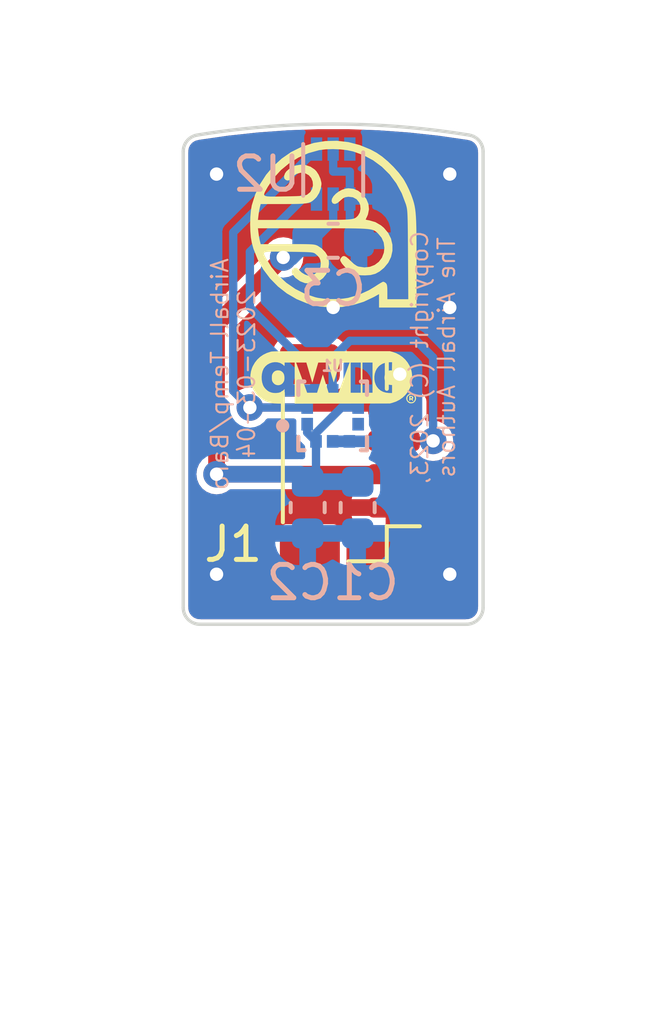
<source format=kicad_pcb>
(kicad_pcb (version 20211014) (generator pcbnew)
  (layers (0 "F.Cu" signal) (31 "B.Cu" signal) (34 "B.Paste" user) (35 "F.Paste" user) (36 "B.SilkS" user "B.Silkscreen") (37 "F.SilkS" user "F.Silkscreen") (38 "B.Mask" user) (39 "F.Mask" user) (44 "Edge.Cuts" user))
  (net 0 "")
  (net 1 "+3V3")
  (net 2 "GND")
  (net 3 "/SDA")
  (net 4 "/SCL")
  (footprint "airball-hardware:qwiic-logo-5mm" (layer "F.Cu") (at 0 -14.4)
    (fp_text reference "G***" hide)
    (fp_text value "LOGO" hide)
    (fp_poly (pts (xy -1.618118 -0.212347) (xy -1.571458 -0.198215) (xy -1.52945 -0.17008) (xy -1.525446 -0.166537) (xy -1.4938 -0.129421) (xy -1.473413 -0.084262) (xy -1.463378 -0.028493) (xy -1.461959 0.012933) (xy -1.463783 0.055827) (xy -1.469276 0.088366) (xy -1.479686 0.117265) (xy -1.482427 0.123115) (xy -1.514285 0.170942) (xy -1.555986 0.205725) (xy -1.605018 0.226432) (xy -1.658868 0.232032) (xy -1.715025 0.221494) (xy -1.718878 0.220161) (xy -1.762899 0.195792) (xy -1.801157 0.15734) (xy -1.822047 0.125017) (xy -1.831303 0.104458) (xy -1.836962 0.08167) (xy -1.839816 0.051702) (xy -1.840655 0.0096) (xy -1.840657 0.008439) (xy -1.840093 -0.032801) (xy -1.837633 -0.062256) (xy -1.832324 -0.085358) (xy -1.823214 -0.107539) (xy -1.818741 -0.116499) (xy -1.786626 -0.162612) (xy -1.745208 -0.194222) (xy -1.694631 -0.211232) (xy -1.673599 -0.213807)) (layer "F.SilkS") (width 0) (fill solid))
    (fp_poly (pts (xy 2.391002 0.490621) (xy 2.433185 0.512854) (xy 2.465219 0.547791) (xy 2.485023 0.593698) (xy 2.487537 0.605124) (xy 2.487311 0.647755) (xy 2.473214 0.690485) (xy 2.447903 0.728499) (xy 2.414036 0.756982) (xy 2.399712 0.764207) (xy 2.367973 0.772643) (xy 2.331758 0.775322) (xy 2.298597 0.772133) (xy 2.280482 0.765948) (xy 2.239392 0.735242) (xy 2.210759 0.696987) (xy 2.195297 0.6542) (xy 2.194428 0.629796) (xy 2.228751 0.629796) (xy 2.229796 0.660219) (xy 2.23449 0.680223) (xy 2.245172 0.696585) (xy 2.25564 0.707684) (xy 2.289668 0.731342) (xy 2.32909 0.742647) (xy 2.369085 0.741273) (xy 2.404832 0.726892) (xy 2.415634 0.718556) (xy 2.442597 0.683978) (xy 2.45497 0.645061) (xy 2.453503 0.605341) (xy 2.438945 0.568355) (xy 2.412046 0.537639) (xy 2.373555 0.516731) (xy 2.372795 0.516478) (xy 2.333014 0.512001) (xy 2.293219 0.523349) (xy 2.256919 0.549464) (xy 2.254258 0.552173) (xy 2.239441 0.569905) (xy 2.231768 0.587701) (xy 2.228998 0.612379) (xy 2.228751 0.629796) (xy 2.194428 0.629796) (xy 2.193719 0.609903) (xy 2.206736 0.567115) (xy 2.226595 0.537729) (xy 2.261733 0.505363) (xy 2.299102 0.487817) (xy 2.34075 0.482825)) (layer "F.SilkS") (width 0) (fill solid))
    (fp_poly (pts (xy 2.36562 0.556898) (xy 2.391428 0.570924) (xy 2.403892 0.591968) (xy 2.401578 0.618125) (xy 2.391708 0.636627) (xy 2.382757 0.652138) (xy 2.384861 0.663157) (xy 2.391708 0.671557) (xy 2.403813 0.688062) (xy 2.401607 0.696387) (xy 2.38807 0.698371) (xy 2.370897 0.690746) (xy 2.360821 0.676816) (xy 2.347726 0.66005) (xy 2.332747 0.655818) (xy 2.320976 0.664385) (xy 2.317725 0.674573) (xy 2.309634 0.690998) (xy 2.299881 0.69676) (xy 2.292551 0.696394) (xy 2.28805 0.689779) (xy 2.285712 0.673766) (xy 2.284865 0.645206) (xy 2.284793 0.625717) (xy 2.284793 0.603531) (xy 2.31928 0.603531) (xy 2.320965 0.622114) (xy 2.329159 0.628372) (xy 2.34299 0.627813) (xy 2.36075 0.622323) (xy 2.366543 0.608332) (xy 2.366701 0.603531) (xy 2.362909 0.586949) (xy 2.348252 0.579996) (xy 2.34299 0.579248) (xy 2.326508 0.57927) (xy 2.320187 0.587878) (xy 2.31928 0.603531) (xy 2.284793 0.603531) (xy 2.284793 0.551799) (xy 2.327902 0.551799)) (layer "F.SilkS") (width 0) (fill solid))
    (fp_poly (pts (xy 1.776103 -0.76945) (xy 1.885836 -0.731874) (xy 1.988013 -0.679972) (xy 2.081154 -0.614997) (xy 2.163778 -0.538204) (xy 2.234407 -0.450847) (xy 2.291558 -0.354179) (xy 2.307813 -0.319052) (xy 2.3313 -0.260558) (xy 2.347879 -0.207982) (xy 2.358849 -0.155332) (xy 2.365504 -0.096619) (xy 2.368733 -0.037582) (xy 2.366832 0.074852) (xy 2.351831 0.178038) (xy 2.322965 0.274775) (xy 2.279473 0.367859) (xy 2.24112 0.430548) (xy 2.169506 0.522385) (xy 2.086038 0.602032) (xy 1.99174 0.668764) (xy 1.887637 0.721855) (xy 1.774754 0.760579) (xy 1.774533 0.760639) (xy 1.702817 0.779815) (xy 0.273744 0.782423) (xy -1.155329 0.78503) (xy -1.155329 -0.448336) (xy -1.111968 -0.448336) (xy -1.096169 -0.407383) (xy -1.090145 -0.391318) (xy -1.07886 -0.360778) (xy -1.062948 -0.317493) (xy -1.043044 -0.263195) (xy -1.019779 -0.199612) (xy -0.993788 -0.128475) (xy -0.965705 -0.051515) (xy -0.936162 0.029539) (xy -0.930434 0.045265) (xy -0.780499 0.456959) (xy -0.483733 0.456959) (xy -0.445155 0.334097) (xy -0.428553 0.281096) (xy -0.408905 0.218167) (xy -0.388252 0.151857) (xy -0.368634 0.088716) (xy -0.361178 0.064664) (xy -0.346258 0.017023) (xy -0.332833 -0.024848) (xy -0.321816 -0.058183) (xy -0.31412 -0.080214) (xy -0.310826 -0.088045) (xy -0.307054 -0.081927) (xy -0.299116 -0.061459) (xy -0.287753 -0.028819) (xy -0.273707 0.013813) (xy -0.257721 0.064258) (xy -0.246206 0.101636) (xy -0.227628 0.162548) (xy -0.209118 0.223138) (xy -0.191799 0.279731) (xy -0.176799 0.328647) (xy -0.165242 0.366211) (xy -0.161845 0.377207) (xy -0.137151 0.456959) (xy 0.160255 0.456959) (xy 0.525933 0.456959) (xy 0.827699 0.456959) (xy 0.87943 0.456959) (xy 1.181195 0.456959) (xy 1.181195 -0.029315) (xy 1.236328 -0.029315) (xy 1.237123 0.055178) (xy 1.251172 0.138177) (xy 1.278713 0.216918) (xy 1.309003 0.272502) (xy 1.361047 0.33783) (xy 1.423955 0.389951) (xy 1.497195 0.428596) (xy 1.580233 0.453498) (xy 1.672534 0.464389) (xy 1.69204 0.464862) (xy 1.767481 0.465581) (xy 1.767481 0.22653) (xy 1.711176 0.22201) (xy 1.658574 0.212733) (xy 1.617858 0.193024) (xy 1.58578 0.160709) (xy 1.563675 0.123351) (xy 1.54438 0.067836) (xy 1.537563 0.008968) (xy 1.542691 -0.049385) (xy 1.559231 -0.103358) (xy 1.586652 -0.149085) (xy 1.603681 -0.167114) (xy 1.6459 -0.195529) (xy 1.693605 -0.21161) (xy 1.735693 -0.213869) (xy 1.76317 -0.211235) (xy 1.765563 -0.334097) (xy 1.767955 -0.456958) (xy 1.739697 -0.458326) (xy 1.641868 -0.45596) (xy 1.552416 -0.439135) (xy 1.471895 -0.408042) (xy 1.400859 -0.362874) (xy 1.360896 -0.32694) (xy 1.31107 -0.264115) (xy 1.273541 -0.191726) (xy 1.248547 -0.112538) (xy 1.236328 -0.029315) (xy 1.181195 -0.029315) (xy 1.181195 -0.448336) (xy 0.87943 -0.448336) (xy 0.87943 0.456959) (xy 0.827699 0.456959) (xy 0.827699 -0.448336) (xy 0.525933 -0.448336) (xy 0.525933 0.456959) (xy 0.160255 0.456959) (xy 0.301336 0.071131) (xy 0.330669 -0.009089) (xy 0.358987 -0.086535) (xy 0.385576 -0.159254) (xy 0.409721 -0.225289) (xy 0.430707 -0.282685) (xy 0.447819 -0.329486) (xy 0.460341 -0.363737) (xy 0.466915 -0.38172) (xy 0.491413 -0.448743) (xy 0.343832 -0.446384) (xy 0.196252 -0.444025) (xy 0.109325 -0.148727) (xy 0.089161 -0.080665) (xy 0.070391 -0.018144) (xy 0.053591 0.036982) (xy 0.039336 0.082859) (xy 0.028203 0.11763) (xy 0.020768 0.139441) (xy 0.017666 0.146468) (xy 0.014273 0.138461) (xy 0.006718 0.115726) (xy -0.004437 0.080117) (xy -0.018626 0.033489) (xy -0.035284 -0.022305) (xy -0.053848 -0.085408) (xy -0.072891 -0.150986) (xy -0.158715 -0.448336) (xy -0.446999 -0.448336) (xy -0.455912 -0.420315) (xy -0.46083 -0.404077) (xy -0.470157 -0.372493) (xy -0.483538 -0.326787) (xy -0.500615 -0.268187) (xy -0.521032 -0.197917) (xy -0.544433 -0.117203) (xy -0.570461 -0.027271) (xy -0.598761 0.070654) (xy -0.610482 0.111249) (xy -0.623928 0.157834) (xy -0.633982 0.128493) (xy -0.638807 0.113255) (xy -0.647817 0.083679) (xy -0.660353 0.041976) (xy -0.675753 -0.009642) (xy -0.693358 -0.068966) (xy -0.712506 -0.133784) (xy -0.72452 -0.174592) (xy -0.805005 -0.448336) (xy -1.111968 -0.448336) (xy -1.155329 -0.448336) (xy -1.457094 -0.448336) (xy -1.457094 -0.396605) (xy -1.458935 -0.366589) (xy -1.463801 -0.348503) (xy -1.47071 -0.344045) (xy -1.478678 -0.354915) (xy -1.479726 -0.357503) (xy -1.49023 -0.369968) (xy -1.511707 -0.387062) (xy -1.539644 -0.405816) (xy -1.569535 -0.423266) (xy -1.596868 -0.436443) (xy -1.603666 -0.43904) (xy -1.679573 -0.457164) (xy -1.75704 -0.460035) (xy -1.83351 -0.448594) (xy -1.90643 -0.423786) (xy -1.973242 -0.386552) (xy -2.031393 -0.337837) (xy -2.078327 -0.278583) (xy -2.089349 -0.259794) (xy -2.118954 -0.189496) (xy -2.137877 -0.109726) (xy -2.146123 -0.024549) (xy -2.143695 0.061974) (xy -2.130597 0.145779) (xy -2.106832 0.222804) (xy -2.08887 0.261454) (xy -2.05831 0.307528) (xy -2.017879 0.352921) (xy -1.972615 0.392714) (xy -1.927554 0.421991) (xy -1.921144 0.425162) (xy -1.864521 0.447559) (xy -1.807323 0.460438) (xy -1.743567 0.464866) (xy -1.703274 0.464075) (xy -1.633708 0.45589) (xy -1.574944 0.436987) (xy -1.523195 0.405841) (xy -1.492361 0.379119) (xy -1.457094 0.344894) (xy -1.457094 0.78459) (xy -1.605822 0.783737) (xy -1.661069 0.782787) (xy -1.716201 0.780726) (xy -1.76642 0.777808) (xy -1.806926 0.77429) (xy -1.823813 0.772117) (xy -1.934947 0.746315) (xy -2.039968 0.704917) (xy -2.137583 0.648885) (xy -2.226498 0.57918) (xy -2.305421 0.496762) (xy -2.373056 0.402592) (xy -2.409694 0.336855) (xy -2.449001 0.239956) (xy -2.474337 0.136188) (xy -2.4857 0.028575) (xy -2.483085 -0.079863) (xy -2.466491 -0.186103) (xy -2.435912 -0.287121) (xy -2.410458 -0.344755) (xy -2.349228 -0.449035) (xy -2.2768 -0.540203) (xy -2.193206 -0.618235) (xy -2.09848 -0.683103) (xy -1.992654 -0.734782) (xy -1.875761 -0.773244) (xy -1.87299 -0.773961) (xy -1.865411 -0.775707) (xy -1.856339 -0.777313) (xy -1.845058 -0.778783) (xy -1.830852 -0.780124) (xy -1.813003 -0.781342) (xy -1.790795 -0.782442) (xy -1.763513 -0.783431) (xy -1.730438 -0.784315) (xy -1.690854 -0.785098) (xy -1.644046 -0.785788) (xy -1.589295 -0.78639) (xy -1.525887 -0.78691) (xy -1.453103 -0.787354) (xy -1.370229 -0.787727) (xy -1.276546 -0.788036) (xy -1.171338 -0.788287) (xy -1.05389 -0.788485) (xy -0.923483 -0.788637) (xy -0.779403 -0.788747) (xy -0.620931 -0.788823) (xy -0.447352 -0.78887) (xy -0.257949 -0.788893) (xy -0.056042 -0.7889) (xy 1.702817 -0.7889)) (layer "F.SilkS") (width 0) (fill solid))
  )
  (footprint "airball-hardware:airball-logo-5mm" (layer "F.Cu") (at 0 -19)
    (fp_text reference "G***" hide)
    (fp_text value "LOGO" hide)
    (fp_poly (pts (xy 0.457393 -2.458507) (xy 0.795243 -2.371129) (xy 1.122553 -2.236779) (xy 1.306838 -2.136907) (xy 1.470307 -2.024633) (xy 1.643251 -1.879678) (xy 1.813315 -1.714395) (xy 1.968145 -1.541141) (xy 2.095385 -1.37227) (xy 2.136906 -1.306839) (xy 2.205555 -1.181269) (xy 2.275779 -1.036648) (xy 2.334211 -0.900781) (xy 2.342694 -0.878738) (xy 2.375195 -0.790116) (xy 2.402973 -0.707413) (xy 2.426398 -0.625961) (xy 2.445839 -0.541089) (xy 2.461665 -0.448128) (xy 2.474246 -0.342407) (xy 2.483952 -0.219256) (xy 2.49115 -0.074006) (xy 2.496211 0.098013) (xy 2.499503 0.301471) (xy 2.501396 0.541039) (xy 2.50226 0.821386) (xy 2.502463 1.141898) (xy 2.502463 2.502463) (xy 1.376354 2.502463) (xy 1.376354 2.099619) (xy 1.215782 2.189416) (xy 0.918799 2.328034) (xy 0.598738 2.427153) (xy 0.265177 2.485201) (xy -0.072308 2.500609) (xy -0.404138 2.471804) (xy -0.454218 2.463323) (xy -0.785436 2.378584) (xy -1.098718 2.24943) (xy -1.390322 2.079439) (xy -1.656501 1.872192) (xy -1.893511 1.631269) (xy -2.097608 1.36025) (xy -2.265046 1.062714) (xy -2.392081 0.742241) (xy -2.442049 0.563054) (xy -2.469728 0.402755) (xy -2.486429 0.209857) (xy -2.488738 0.125123) (xy -2.257984 0.125123) (xy -2.240912 0.269014) (xy -2.226657 0.368793) (xy -2.209103 0.46475) (xy -2.199394 0.507243) (xy -2.174948 0.60158) (xy -1.373138 0.599879) (xy -1.150798 0.599543) (xy -0.972669 0.5998) (xy -0.83291 0.600977) (xy -0.725684 0.603404) (xy -0.645151 0.607409) (xy -0.585473 0.61332) (xy -0.540811 0.621465) (xy -0.505327 0.632174) (xy -0.473181 0.645774) (xy -0.461936 0.651134) (xy -0.341797 0.730886) (xy -0.236001 0.840442) (xy -0.161781 0.961798) (xy -0.15953 0.96708) (xy -0.140095 1.039582) (xy -0.127878 1.135334) (xy -0.125673 1.194122) (xy -0.14804 1.35949) (xy -0.2091 1.50177) (xy -0.301803 1.618172) (xy -0.419096 1.705911) (xy -0.553926 1.762199) (xy -0.699242 1.784249) (xy -0.847991 1.769272) (xy -0.99312 1.714483) (xy -1.127578 1.617093) (xy -1.147164 1.597848) (xy -1.219339 1.507394) (xy -1.244714 1.430336) (xy -1.223949 1.364183) (xy -1.212782 1.350321) (xy -1.153159 1.307729) (xy -1.09274 1.313414) (xy -1.028527 1.36792) (xy -1.01348 1.386666) (xy -0.942903 1.453787) (xy -0.849685 1.510512) (xy -0.754712 1.545565) (xy -0.708085 1.551527) (xy -0.633991 1.534448) (xy -0.547306 1.491176) (xy -0.467846 1.433659) (xy -0.416531 1.375751) (xy -0.381349 1.280403) (xy -0.371921 1.170921) (xy -0.388131 1.067877) (xy -0.418624 1.005036) (xy -0.474493 0.942965) (xy -0.535121 0.88992) (xy -0.557366 0.875049) (xy -0.583701 0.863232) (xy -0.619971 0.854036) (xy -0.67202 0.847022) (xy -0.745695 0.841756) (xy -0.84684 0.8378) (xy -0.981301 0.834719) (xy -1.154923 0.832077) (xy -1.340619 0.829816) (xy -1.559338 0.827155) (xy -1.73258 0.825583) (xy -1.864916 0.826294) (xy -1.96092 0.830484) (xy -2.025162 0.839346) (xy -2.062216 0.854075) (xy -2.076652 0.875867) (xy -2.073044 0.905915) (xy -2.055963 0.945414) (xy -2.02998 0.995559) (xy -2.023473 1.008238) (xy -1.854289 1.287014) (xy -1.646091 1.539018) (xy -1.404404 1.759991) (xy -1.134754 1.945679) (xy -0.842665 2.091825) (xy -0.533663 2.194173) (xy -0.462566 2.210688) (xy -0.298845 2.235172) (xy -0.105978 2.247457) (xy 0.096631 2.247506) (xy 0.289578 2.23528) (xy 0.445242 2.212471) (xy 0.767539 2.120692) (xy 1.073003 1.982121) (xy 1.251392 1.874045) (xy 1.34524 1.813176) (xy 1.425637 1.764547) (xy 1.482461 1.734077) (xy 1.503375 1.726699) (xy 1.545303 1.742269) (xy 1.580837 1.768115) (xy 1.603685 1.797444) (xy 1.617619 1.842339) (xy 1.624602 1.914071) (xy 1.626597 2.02391) (xy 1.626601 2.030873) (xy 1.626601 2.252216) (xy 2.254655 2.252216) (xy 2.246157 0.919655) (xy 2.244232 0.62685) (xy 2.242372 0.379568) (xy 2.240385 0.173282) (xy 2.238078 0.003464) (xy 2.23526 -0.134411) (xy 2.231739 -0.244869) (xy 2.227321 -0.332439) (xy 2.221814 -0.401645) (xy 2.215027 -0.457014) (xy 2.206767 -0.503074) (xy 2.196841 -0.54435) (xy 2.185058 -0.585368) (xy 2.181759 -0.596246) (xy 2.057672 -0.92331) (xy 1.894957 -1.220827) (xy 1.695972 -1.486436) (xy 1.463077 -1.717778) (xy 1.19863 -1.912493) (xy 0.904991 -2.068221) (xy 0.600591 -2.17806) (xy 0.421707 -2.216324) (xy 0.213011 -2.24027) (xy -0.007157 -2.249222) (xy -0.220457 -2.242506) (xy -0.408547 -2.219446) (xy -0.426863 -2.215892) (xy -0.741122 -2.128058) (xy -1.039389 -1.997098) (xy -1.315952 -1.827094) (xy -1.565099 -1.622128) (xy -1.781119 -1.38628) (xy -1.9583 -1.123631) (xy -1.96024 -1.120204) (xy -2.012561 -1.028881) (xy -2.050937 -0.958169) (xy -2.071108 -0.905546) (xy -2.068813 -0.868493) (xy -2.039793 -0.84449) (xy -1.979788 -0.831015) (xy -1.884537 -0.82555) (xy -1.74978 -0.825573) (xy -1.571258 -0.828564) (xy -1.470197 -0.830291) (xy -1.272792 -0.83391) (xy -1.11905 -0.838074) (xy -1.002585 -0.843262) (xy -0.91701 -0.849952) (xy -0.855938 -0.858625) (xy -0.812985 -0.869758) (xy -0.785736 -0.881628) (xy -0.690441 -0.95733) (xy -0.631139 -1.055404) (xy -0.606768 -1.165598) (xy -0.616263 -1.277656) (xy -0.658562 -1.381326) (xy -0.732601 -1.466351) (xy -0.837316 -1.522479) (xy -0.852665 -1.526995) (xy -0.984672 -1.539383) (xy -1.106509 -1.502788) (xy -1.217995 -1.417271) (xy -1.232617 -1.401566) (xy -1.295092 -1.33711) (xy -1.341301 -1.307683) (xy -1.384805 -1.308121) (xy -1.42805 -1.327186) (xy -1.469308 -1.374035) (xy -1.474337 -1.443515) (xy -1.444278 -1.524967) (xy -1.40028 -1.586494) (xy -1.279201 -1.689526) (xy -1.136858 -1.754586) (xy -0.983149 -1.781723) (xy -0.827972 -1.770987) (xy -0.681224 -1.722428) (xy -0.552804 -1.636096) (xy -0.501161 -1.581963) (xy -0.43555 -1.481304) (xy -0.383652 -1.362688) (xy -0.354081 -1.247857) (xy -0.350345 -1.201267) (xy -0.369287 -1.070093) (xy -0.419805 -0.934243) (xy -0.492441 -0.817105) (xy -0.516994 -0.789249) (xy -0.569483 -0.737098) (xy -0.618741 -0.695624) (xy -0.671136 -0.6636) (xy -0.73304 -0.639801) (xy -0.810821 -0.622999) (xy -0.91085 -0.61197) (xy -1.039498 -0.605486) (xy -1.203135 -0.602322) (xy -1.40813 -0.601251) (xy -1.494258 -0.601141) (xy -2.175214 -0.600592) (xy -2.199527 -0.506749) (xy -2.216584 -0.426703) (xy -2.233319 -0.325831) (xy -2.240912 -0.269015) (xy -2.257984 -0.125124) (xy -0.852479 -0.125124) (xy -0.544317 -0.125119) (xy -0.282139 -0.125331) (xy -0.06188 -0.126103) (xy 0.120528 -0.127776) (xy 0.269148 -0.130691) (xy 0.388047 -0.13519) (xy 0.48129 -0.141614) (xy 0.552943 -0.150304) (xy 0.607071 -0.161603) (xy 0.64774 -0.175851) (xy 0.679016 -0.193391) (xy 0.704963 -0.214563) (xy 0.729648 -0.23971) (xy 0.748077 -0.259565) (xy 0.799462 -0.34754) (xy 0.820864 -0.458031) (xy 0.810669 -0.572318) (xy 0.781626 -0.648707) (xy 0.701379 -0.746276) (xy 0.592808 -0.80413) (xy 0.461232 -0.819609) (xy 0.442451 -0.818347) (xy 0.362756 -0.805276) (xy 0.299314 -0.775519) (xy 0.230914 -0.718372) (xy 0.216282 -0.704197) (xy 0.126202 -0.630318) (xy 0.052343 -0.602357) (xy -0.007399 -0.619658) (xy -0.02002 -0.630621) (xy -0.048193 -0.68902) (xy -0.036616 -0.759315) (xy 0.007858 -0.835154) (xy 0.078374 -0.910179) (xy 0.168081 -0.978037) (xy 0.270126 -1.032371) (xy 0.377655 -1.066828) (xy 0.460052 -1.075815) (xy 0.613275 -1.058549) (xy 0.748045 -1.002485) (xy 0.876208 -0.902477) (xy 0.889759 -0.889223) (xy 0.996918 -0.751856) (xy 1.059151 -0.601425) (xy 1.075209 -0.444466) (xy 1.043841 -0.287515) (xy 1.016933 -0.224591) (xy 0.990184 -0.169392) (xy 0.976446 -0.137957) (xy 0.97596 -0.135991) (xy 0.99805 -0.128484) (xy 1.053659 -0.117197) (xy 1.082315 -0.112322) (xy 1.26694 -0.059482) (xy 1.435336 0.038117) (xy 1.522441 0.111233) (xy 1.649868 0.262369) (xy 1.735193 0.432893) (xy 1.778415 0.61513) (xy 1.779534 0.801408) (xy 1.738549 0.984053) (xy 1.655462 1.155392) (xy 1.530272 1.307751) (xy 1.522441 1.31517) (xy 1.392267 1.422164) (xy 1.265188 1.490796) (xy 1.124862 1.527453) (xy 0.954946 1.538521) (xy 0.950936 1.538525) (xy 0.822757 1.534654) (xy 0.726653 1.521145) (xy 0.645114 1.495162) (xy 0.622552 1.485284) (xy 0.494833 1.409637) (xy 0.371601 1.307508) (xy 0.271915 1.195435) (xy 0.248345 1.160569) (xy 0.215862 1.102627) (xy 0.209874 1.064362) (xy 0.228556 1.024183) (xy 0.235863 1.01284) (xy 0.279335 0.966151) (xy 0.32943 0.955688) (xy 0.391906 0.983189) (xy 0.472519 1.050394) (xy 0.520943 1.098925) (xy 0.624684 1.196266) (xy 0.713127 1.254805) (xy 0.763251 1.273958) (xy 0.938656 1.299163) (xy 1.102327 1.280779) (xy 1.248307 1.223126) (xy 1.370642 1.13052) (xy 1.463377 1.007278) (xy 1.520555 0.857717) (xy 1.536753 0.713202) (xy 1.51657 0.551796) (xy 1.453609 0.410068) (xy 1.347173 0.282591) (xy 1.315715 0.252509) (xy 1.286011 0.226524) (xy 1.254343 0.204336) (xy 1.216991 0.185645) (xy 1.170236 0.170151) (xy 1.110359 0.157555) (xy 1.033642 0.147556) (xy 0.936365 0.139856) (xy 0.814809 0.134154) (xy 0.665255 0.130151) (xy 0.483984 0.127546) (xy 0.267277 0.126041) (xy 0.011415 0.125335) (xy -0.287321 0.125129) (xy -0.606621 0.125123) (xy -2.257984 0.125123) (xy -2.488738 0.125123) (xy -2.492131 0.000595) (xy -2.486815 -0.208795) (xy -2.47046 -0.402077) (xy -2.443478 -0.561171) (xy -2.342544 -0.88564) (xy -2.197779 -1.193381) (xy -2.013396 -1.479521) (xy -1.793608 -1.739188) (xy -1.542626 -1.967509) (xy -1.264663 -2.159614) (xy -0.96393 -2.310628) (xy -0.913618 -2.330792) (xy -0.576503 -2.435054) (xy -0.23277 -2.490843) (xy 0.113292 -2.498536)) (layer "F.SilkS") (width 0) (fill solid))
  )
  (footprint "airball-hardware:JST_SH_BM04B-SRSS-TB_1x04-1MP_P1.00mm_Vertical" (layer "F.Cu") (at 0.5 -12 90)
    (fp_text reference "J1" (at -2.6 -3.5 180) (layer "F.SilkS"))
    (fp_text value "Conn_01x04_Male")
    (fp_line (start 3.11 1.11) (end 2.06 1.11) (layer "F.SilkS") (width 0.12))
    (fp_line (start -3.11 1.11) (end -2.06 1.11) (layer "F.SilkS") (width 0.12))
    (fp_line (start 3.11 -0.04) (end 3.11 1.11) (layer "F.SilkS") (width 0.12))
    (fp_line (start -2.06 1.11) (end -2.06 2.1) (layer "F.SilkS") (width 0.12))
    (fp_line (start -3.11 -0.04) (end -3.11 1.11) (layer "F.SilkS") (width 0.12))
    (fp_line (start -1.94 -2.01) (end 1.94 -2.01) (layer "F.SilkS") (width 0.12))
    (pad "1" smd roundrect (at -1.5 1.325 90) (size 0.6 1.55) (layers "F.Cu" "F.Paste" "F.Mask") (net 2 "GND"))
    (pad "2" smd roundrect (at -0.5 1.325 90) (size 0.6 1.55) (layers "F.Cu" "F.Paste" "F.Mask") (net 1 "+3V3"))
    (pad "3" smd roundrect (at 0.5 1.325 90) (size 0.6 1.55) (layers "F.Cu" "F.Paste" "F.Mask") (net 3 "/SDA"))
    (pad "4" smd roundrect (at 1.5 1.325 90) (size 0.6 1.55) (layers "F.Cu" "F.Paste" "F.Mask") (net 4 "/SCL"))
    (pad "MP" smd roundrect (at 2.8 -1.2 90) (size 1.2 1.8) (layers "F.Cu" "F.Paste" "F.Mask") (roundrect_rratio 0.208333))
    (pad "MP" smd roundrect (at -2.8 -1.2 90) (size 1.2 1.8) (layers "F.Cu" "F.Paste" "F.Mask") (roundrect_rratio 0.208333))
  )
  (footprint "Package_TO_SOT_SMD:SOT-563" (layer "B.Cu") (at 0 -20.5 -90)
    (fp_text reference "U2" (at 0 2 180) (layer "B.SilkS") (effects (justify mirror)))
    (fp_text value "TMP102xxDRL")
    (fp_line (start 0.65 -0.9) (end -0.65 -0.9) (layer "B.SilkS") (width 0.12))
    (fp_line (start -0.9 0.9) (end 0.65 0.9) (layer "B.SilkS") (width 0.12))
    (pad "1" smd rect (at -0.75 0.5 270) (size 0.7 0.34) (layers "B.Cu" "B.Paste" "B.Mask") (net 4 "/SCL"))
    (pad "2" smd rect (at -0.75 0 270) (size 0.7 0.34) (layers "B.Cu" "B.Paste" "B.Mask") (net 2 "GND"))
    (pad "3" smd rect (at -0.75 -0.5 270) (size 0.7 0.34) (layers "B.Cu" "B.Paste" "B.Mask"))
    (pad "4" smd rect (at 0.75 -0.5 270) (size 0.7 0.34) (layers "B.Cu" "B.Paste" "B.Mask") (net 2 "GND"))
    (pad "5" smd rect (at 0.75 0 270) (size 0.7 0.34) (layers "B.Cu" "B.Paste" "B.Mask") (net 1 "+3V3"))
    (pad "6" smd rect (at 0.75 0.5 270) (size 0.7 0.34) (layers "B.Cu" "B.Paste" "B.Mask") (net 3 "/SDA"))
  )
  (footprint "Capacitor_SMD:C_0603_1608Metric" (layer "B.Cu") (at 0.734808 -10.5 -90)
    (fp_text reference "C1" (at 2.25 -0.25 180) (layer "B.SilkS") (effects (justify mirror)))
    (fp_text value "4.7uF")
    (fp_line (start -0.14058 0.51) (end 0.14058 0.51) (layer "B.SilkS") (width 0.12))
    (fp_line (start -0.14058 -0.51) (end 0.14058 -0.51) (layer "B.SilkS") (width 0.12))
    (pad "1" smd roundrect (at -0.775 0 270) (size 0.9 0.95) (layers "B.Cu" "B.Paste" "B.Mask") (net 1 "+3V3"))
    (pad "2" smd roundrect (at 0.775 0 270) (size 0.9 0.95) (layers "B.Cu" "B.Paste" "B.Mask") (net 2 "GND"))
  )
  (footprint "airball-hardware:BMP388" (layer "B.Cu") (at -0.015192 -13.25)
    (fp_text reference "U1" (at 0 -1.5) (layer "B.SilkS") (effects (font (size 0.320434 0.320434)) (justify mirror)))
    (fp_text value "BMP388")
    (fp_line (start -1.03 -1.03) (end -1.03 -0.63) (layer "B.SilkS") (width 0.127))
    (fp_line (start 1.03 -1.03) (end 1.03 -0.63) (layer "B.SilkS") (width 0.127))
    (fp_line (start 0.85 -1.03) (end 1.03 -1.03) (layer "B.SilkS") (width 0.127))
    (fp_line (start 1.03 1.03) (end 1.03 0.63) (layer "B.SilkS") (width 0.127))
    (fp_line (start -0.85 -1.03) (end -1.03 -1.03) (layer "B.SilkS") (width 0.127))
    (fp_line (start -1.03 1.03) (end -0.85 1.03) (layer "B.SilkS") (width 0.127))
    (fp_line (start 0.85 1.03) (end 1.03 1.03) (layer "B.SilkS") (width 0.127))
    (fp_line (start -1.03 0.63) (end -1.03 1.03) (layer "B.SilkS") (width 0.127))
    (fp_circle (center -1.5 0.3) (end -1.4 0.3) (layer "B.SilkS") (width 0.2) (fill none))
    (pad "1" smd roundrect (at -0.765 0.25 270) (size 0.38 0.35) (layers "B.Cu" "B.Paste" "B.Mask") (roundrect_rratio 0.02) (net 1 "+3V3"))
    (pad "2" smd roundrect (at -0.765 -0.25 270) (size 0.38 0.35) (layers "B.Cu" "B.Paste" "B.Mask") (roundrect_rratio 0.02) (net 4 "/SCL"))
    (pad "3" smd roundrect (at -0.5 -0.765 270) (size 0.38 0.35) (layers "B.Cu" "B.Paste" "B.Mask") (roundrect_rratio 0.02) (net 2 "GND"))
    (pad "4" smd roundrect (at 0 -0.765 270) (size 0.38 0.35) (layers "B.Cu" "B.Paste" "B.Mask") (roundrect_rratio 0.02) (net 3 "/SDA"))
    (pad "5" smd roundrect (at 0.5 -0.765 270) (size 0.38 0.35) (layers "B.Cu" "B.Paste" "B.Mask") (roundrect_rratio 0.02) (net 2 "GND"))
    (pad "6" smd roundrect (at 0.765 -0.25 270) (size 0.38 0.35) (layers "B.Cu" "B.Paste" "B.Mask") (roundrect_rratio 0.02) (net 1 "+3V3"))
    (pad "7" smd roundrect (at 0.765 0.25 270) (size 0.38 0.35) (layers "B.Cu" "B.Paste" "B.Mask") (roundrect_rratio 0.02))
    (pad "8" smd roundrect (at 0.5 0.765 270) (size 0.38 0.35) (layers "B.Cu" "B.Paste" "B.Mask") (roundrect_rratio 0.02) (net 2 "GND"))
    (pad "9" smd roundrect (at 0 0.765 270) (size 0.38 0.35) (layers "B.Cu" "B.Paste" "B.Mask") (roundrect_rratio 0.02) (net 2 "GND"))
    (pad "10" smd roundrect (at -0.5 0.765 270) (size 0.38 0.35) (layers "B.Cu" "B.Paste" "B.Mask") (roundrect_rratio 0.02) (net 1 "+3V3"))
  )
  (footprint "Capacitor_SMD:C_0603_1608Metric" (layer "B.Cu") (at -0.765192 -10.5 -90)
    (fp_text reference "C2" (at 2.25 0.25 180) (layer "B.SilkS") (effects (justify mirror)))
    (fp_text value "0.1uF")
    (fp_line (start -0.14058 -0.51) (end 0.14058 -0.51) (layer "B.SilkS") (width 0.12))
    (fp_line (start -0.14058 0.51) (end 0.14058 0.51) (layer "B.SilkS") (width 0.12))
    (pad "1" smd roundrect (at -0.775 0 270) (size 0.9 0.95) (layers "B.Cu" "B.Paste" "B.Mask") (net 1 "+3V3"))
    (pad "2" smd roundrect (at 0.775 0 270) (size 0.9 0.95) (layers "B.Cu" "B.Paste" "B.Mask") (net 2 "GND"))
  )
  (footprint "Capacitor_SMD:C_0603_1608Metric" (layer "B.Cu") (at 0 -18.5)
    (fp_text reference "C3" (at 0 1.43) (layer "B.SilkS") (effects (justify mirror)))
    (fp_text value "0.1uF")
    (fp_line (start -0.14058 0.51) (end 0.14058 0.51) (layer "B.SilkS") (width 0.12))
    (fp_line (start -0.14058 -0.51) (end 0.14058 -0.51) (layer "B.SilkS") (width 0.12))
    (pad "1" smd roundrect (at -0.775 0) (size 0.9 0.95) (layers "B.Cu" "B.Paste" "B.Mask") (net 1 "+3V3"))
    (pad "2" smd roundrect (at 0.775 0) (size 0.9 0.95) (layers "B.Cu" "B.Paste" "B.Mask") (net 2 "GND"))
  )
  (gr_arc (start -4.080321 -21.670121) (mid 0 -22) (end 4.080321 -21.670121) (layer "Edge.Cuts") (width 0.1))
  (gr_arc (start -4.5 -21.176615) (mid -4.380894 -21.500528) (end -4.080321 -21.670121) (layer "Edge.Cuts") (width 0.1))
  (gr_arc (start 4.5 -7.5) (mid 4.353553 -7.146447) (end 4 -7) (layer "Edge.Cuts") (width 0.1))
  (gr_line (start -4 -7) (end 4 -7) (layer "Edge.Cuts") (width 0.1))
  (gr_arc (start -4 -7) (mid -4.353553 -7.146447) (end -4.5 -7.5) (layer "Edge.Cuts") (width 0.1))
  (gr_line (start -4.5 -21.176615) (end -4.5 -7.5) (layer "Edge.Cuts") (width 0.1))
  (gr_line (start 4.5 -7.5) (end 4.5 -21.176615) (layer "Edge.Cuts") (width 0.1))
  (gr_arc (start 4.080321 -21.670121) (mid 4.380896 -21.500528) (end 4.5 -21.176615) (layer "Edge.Cuts") (width 0.1))
  (gr_text "Airball Temp/Baro\n2023-03-04" (at -3 -14.5 90) (layer "B.SilkS") (effects (font (size 0.5 0.5) (thickness 0.0625)) (justify mirror)))
  (gr_text "Copyright (C) 2023,\nThe Airball Authors" (at 3 -15 90) (layer "B.SilkS") (effects (font (size 0.5 0.5) (thickness 0.0625)) (justify mirror)))
  (segment (start -3.5 -11.5) (end -3.5 -16) (width 0.5) (layer "F.Cu") (net 1))
  (segment (start -3.5 -16) (end -1.5 -18) (width 0.5) (layer "F.Cu") (net 1))
  (segment (start 1.825 -11.5) (end -3.5 -11.5) (width 0.5) (layer "F.Cu") (net 1))
  (via (at -3.5 -11.5) (size 0.8) (drill 0.4) (layers "F.Cu" "B.Cu") (net 1))
  (via (at -1.5 -18) (size 0.8) (drill 0.4) (layers "F.Cu" "B.Cu") (net 1))
  (segment (start -0.780192 -13) (end -0.780192 -12.75) (width 0.25) (layer "B.Cu") (net 1))
  (segment (start -0.765192 -11.275) (end 0.734808 -11.275) (width 0.5) (layer "B.Cu") (net 1))
  (segment (start 0 -19.75) (end 0 -19.08) (width 0.25) (layer "B.Cu") (net 1))
  (segment (start -1.5 -18) (end -1.275 -18) (width 0.5) (layer "B.Cu") (net 1))
  (segment (start -0.780192 -12.75) (end -0.515192 -12.485) (width 0.25) (layer "B.Cu") (net 1))
  (segment (start 0.25 -13.5) (end 0.749808 -13.5) (width 0.25) (layer "B.Cu") (net 1))
  (segment (start -1.275 -18) (end -0.775 -18.5) (width 0.5) (layer "B.Cu") (net 1))
  (segment (start -0.58 -18.5) (end -0.775 -18.5) (width 0.25) (layer "B.Cu") (net 1))
  (segment (start 0 -19.08) (end -0.58 -18.5) (width 0.25) (layer "B.Cu") (net 1))
  (segment (start -0.990192 -11.5) (end -0.765192 -11.275) (width 0.5) (layer "B.Cu") (net 1))
  (segment (start -0.515192 -11.525) (end -0.765192 -11.275) (width 0.25) (layer "B.Cu") (net 1))
  (segment (start -0.515192 -12.485) (end -0.515192 -11.525) (width 0.25) (layer "B.Cu") (net 1))
  (segment (start -0.515192 -12.485) (end -0.515192 -12.734808) (width 0.25) (layer "B.Cu") (net 1))
  (segment (start -3.5 -11.5) (end -0.990192 -11.5) (width 0.5) (layer "B.Cu") (net 1))
  (segment (start -0.515192 -12.734808) (end 0.25 -13.5) (width 0.25) (layer "B.Cu") (net 1))
  (via (at -3.5 -20.5) (size 0.8) (drill 0.4) (layers "F.Cu" "B.Cu") (net 2))
  (via (at -3.5 -8.5) (size 0.8) (drill 0.4) (layers "F.Cu" "B.Cu") (net 2))
  (via (at 3.5 -16.5) (size 0.8) (drill 0.4) (layers "F.Cu" "B.Cu") (net 2))
  (via (at 3.5 -8.5) (size 0.8) (drill 0.4) (layers "F.Cu" "B.Cu") (net 2))
  (via (at 2 -14.5) (size 0.8) (drill 0.4) (layers "F.Cu" "B.Cu") (net 2))
  (via (at 3.5 -20.5) (size 0.8) (drill 0.4) (layers "F.Cu" "B.Cu") (net 2))
  (via (at 0 -16.5) (size 0.8) (drill 0.4) (layers "F.Cu" "B.Cu") (net 2))
  (segment (start 0 -21.25) (end 0 -20.58) (width 0.25) (layer "B.Cu") (net 2))
  (segment (start 0.5 -19.75) (end 0.5 -18.775) (width 0.25) (layer "B.Cu") (net 2))
  (segment (start 0.5 -18.775) (end 0.775 -18.5) (width 0.25) (layer "B.Cu") (net 2))
  (segment (start 0.005 -20.575) (end 0.5 -20.575) (width 0.25) (layer "B.Cu") (net 2))
  (segment (start 0.5 -19.75) (end 0.5 -20.575) (width 0.25) (layer "B.Cu") (net 2))
  (segment (start 0 -20.58) (end 0.005 -20.575) (width 0.25) (layer "B.Cu") (net 2))
  (segment (start 1.825 -12.5) (end 3 -12.5) (width 0.25) (layer "F.Cu") (net 3))
  (via (at 3 -12.5) (size 0.8) (drill 0.4) (layers "F.Cu" "B.Cu") (net 3))
  (segment (start -2.5 -18.17) (end -2.5 -16.5) (width 0.25) (layer "B.Cu") (net 3))
  (segment (start -0.92 -19.75) (end -2.5 -18.17) (width 0.25) (layer "B.Cu") (net 3))
  (segment (start -0.015192 -14.984808) (end -0.015192 -14.015) (width 0.25) (layer "B.Cu") (net 3))
  (segment (start -0.984808 -14.984808) (end -0.015192 -14.984808) (width 0.25) (layer "B.Cu") (net 3))
  (segment (start -0.5 -19.75) (end -0.92 -19.75) (width 0.25) (layer "B.Cu") (net 3))
  (segment (start 3 -15) (end 2.5 -15.5) (width 0.25) (layer "B.Cu") (net 3))
  (segment (start 0.5 -15.5) (end -0.015192 -14.984808) (width 0.25) (layer "B.Cu") (net 3))
  (segment (start 3 -12.5) (end 3 -15) (width 0.25) (layer "B.Cu") (net 3))
  (segment (start -2.5 -16.5) (end -0.984808 -14.984808) (width 0.25) (layer "B.Cu") (net 3))
  (segment (start 2.5 -15.5) (end 0.5 -15.5) (width 0.25) (layer "B.Cu") (net 3))
  (segment (start 1.825 -13.5) (end -2.5 -13.5) (width 0.25) (layer "F.Cu") (net 4))
  (via (at -2.5 -13.5) (size 0.8) (drill 0.4) (layers "F.Cu" "B.Cu") (net 4))
  (segment (start -0.780192 -13.5) (end -2.5 -13.5) (width 0.25) (layer "B.Cu") (net 4))
  (segment (start -3 -18.75) (end -3 -14) (width 0.25) (layer "B.Cu") (net 4))
  (segment (start -3 -14) (end -2.5 -13.5) (width 0.25) (layer "B.Cu") (net 4))
  (segment (start -0.5 -21.25) (end -3 -18.75) (width 0.25) (layer "B.Cu") (net 4))
  (zone (net 2) (net_name "GND") (layers F&B.Cu) (connect_pads (clearance 0.15)) (min_thickness 0.15) (fill yes (thermal_gap 0.5) (thermal_bridge_width 0.5))
    (polygon (pts (xy 10 5) (xy -10 5) (xy -10 -25) (xy 10 -25)))
  )
)
</source>
